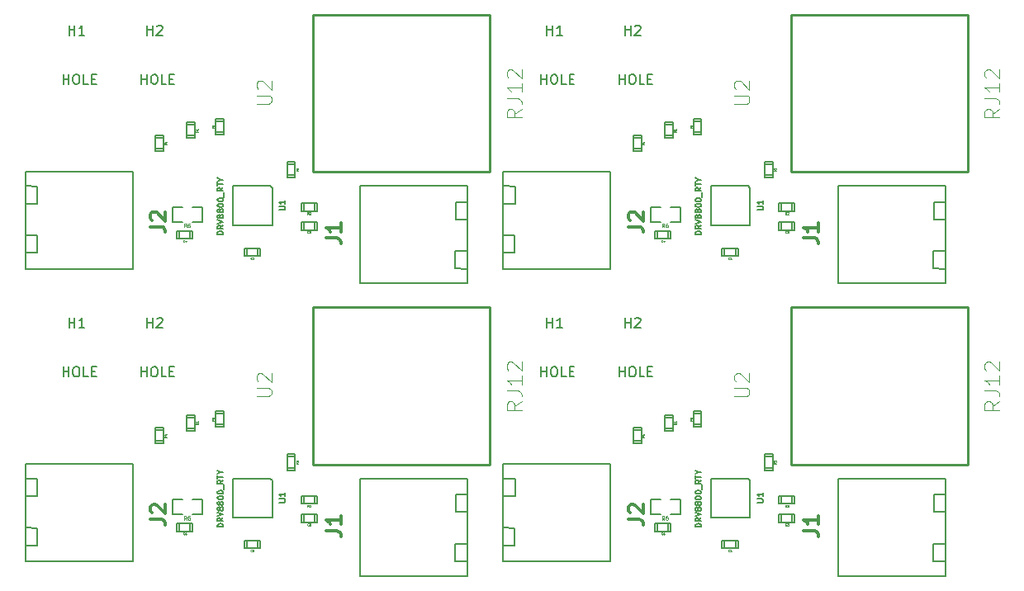
<source format=gto>
G04 (created by PCBNEW (2013-08-24 BZR 4298)-stable) date Sat 07 Jun 2014 09:10:14 PM PDT*
%MOIN*%
G04 Gerber Fmt 3.4, Leading zero omitted, Abs format*
%FSLAX34Y34*%
G01*
G70*
G90*
G04 APERTURE LIST*
%ADD10C,0.005906*%
%ADD11C,0.007900*%
%ADD12C,0.005000*%
%ADD13C,0.010000*%
%ADD14C,0.005900*%
%ADD15C,0.012000*%
%ADD16C,0.003700*%
%ADD17C,0.003900*%
%ADD18C,0.001600*%
G04 APERTURE END LIST*
G54D10*
X45620Y-53681D02*
X45167Y-53681D01*
X45620Y-52982D02*
X45620Y-53681D01*
X45157Y-52972D02*
X45620Y-52982D01*
X45177Y-50984D02*
X45639Y-50994D01*
X45639Y-50994D02*
X45639Y-51692D01*
X45639Y-51692D02*
X45187Y-51692D01*
G54D11*
X49488Y-50393D02*
X49488Y-54330D01*
X49488Y-54330D02*
X45157Y-54330D01*
X45157Y-54330D02*
X45157Y-50393D01*
X45157Y-50393D02*
X49488Y-50393D01*
G54D10*
X62529Y-51633D02*
X62982Y-51633D01*
X62529Y-52332D02*
X62529Y-51633D01*
X62992Y-52342D02*
X62529Y-52332D01*
X62972Y-54330D02*
X62509Y-54320D01*
X62509Y-54320D02*
X62509Y-53622D01*
X62509Y-53622D02*
X62962Y-53622D01*
G54D11*
X58661Y-54921D02*
X58661Y-50984D01*
X58661Y-50984D02*
X62992Y-50984D01*
X62992Y-50984D02*
X62992Y-54921D01*
X62992Y-54921D02*
X58661Y-54921D01*
G54D12*
X51892Y-51835D02*
X52292Y-51835D01*
X52292Y-51835D02*
X52292Y-52435D01*
X52292Y-52435D02*
X51892Y-52435D01*
X51492Y-52435D02*
X51092Y-52435D01*
X51092Y-52435D02*
X51092Y-51835D01*
X51092Y-51835D02*
X51492Y-51835D01*
G54D13*
X56771Y-50413D02*
X56771Y-44074D01*
X56771Y-44074D02*
X63897Y-44074D01*
X63897Y-44074D02*
X63897Y-50413D01*
X63897Y-50413D02*
X56771Y-50413D01*
G54D14*
X55118Y-51062D02*
X55118Y-52559D01*
X55039Y-50984D02*
X53543Y-50984D01*
X55118Y-51062D02*
X55039Y-50984D01*
X53543Y-52559D02*
X53543Y-50984D01*
X55118Y-52559D02*
X53543Y-52559D01*
G54D12*
X51374Y-52802D02*
X51374Y-53122D01*
X51814Y-53112D02*
X51814Y-52802D01*
X51914Y-53122D02*
X51274Y-53122D01*
X51274Y-53122D02*
X51274Y-52802D01*
X51274Y-52802D02*
X51914Y-52802D01*
X51914Y-52802D02*
X51914Y-53122D01*
X56384Y-52438D02*
X56384Y-52758D01*
X56824Y-52748D02*
X56824Y-52438D01*
X56924Y-52758D02*
X56284Y-52758D01*
X56284Y-52758D02*
X56284Y-52438D01*
X56284Y-52438D02*
X56924Y-52438D01*
X56924Y-52438D02*
X56924Y-52758D01*
X56384Y-51680D02*
X56384Y-52000D01*
X56824Y-51990D02*
X56824Y-51680D01*
X56924Y-52000D02*
X56284Y-52000D01*
X56284Y-52000D02*
X56284Y-51680D01*
X56284Y-51680D02*
X56924Y-51680D01*
X56924Y-51680D02*
X56924Y-52000D01*
X51682Y-48956D02*
X52002Y-48956D01*
X51992Y-48516D02*
X51682Y-48516D01*
X52002Y-48416D02*
X52002Y-49056D01*
X52002Y-49056D02*
X51682Y-49056D01*
X51682Y-49056D02*
X51682Y-48416D01*
X51682Y-48416D02*
X52002Y-48416D01*
X54091Y-53491D02*
X54091Y-53811D01*
X54531Y-53801D02*
X54531Y-53491D01*
X54631Y-53811D02*
X53991Y-53811D01*
X53991Y-53811D02*
X53991Y-53491D01*
X53991Y-53491D02*
X54631Y-53491D01*
X54631Y-53491D02*
X54631Y-53811D01*
X50410Y-49479D02*
X50730Y-49479D01*
X50720Y-49039D02*
X50410Y-49039D01*
X50730Y-48939D02*
X50730Y-49579D01*
X50730Y-49579D02*
X50410Y-49579D01*
X50410Y-49579D02*
X50410Y-48939D01*
X50410Y-48939D02*
X50730Y-48939D01*
X53156Y-48370D02*
X52836Y-48370D01*
X52846Y-48810D02*
X53156Y-48810D01*
X52836Y-48910D02*
X52836Y-48270D01*
X52836Y-48270D02*
X53156Y-48270D01*
X53156Y-48270D02*
X53156Y-48910D01*
X53156Y-48910D02*
X52836Y-48910D01*
X55721Y-50550D02*
X56041Y-50550D01*
X56031Y-50110D02*
X55721Y-50110D01*
X56041Y-50010D02*
X56041Y-50650D01*
X56041Y-50650D02*
X55721Y-50650D01*
X55721Y-50650D02*
X55721Y-50010D01*
X55721Y-50010D02*
X56041Y-50010D01*
X75013Y-50550D02*
X75333Y-50550D01*
X75323Y-50110D02*
X75013Y-50110D01*
X75333Y-50010D02*
X75333Y-50650D01*
X75333Y-50650D02*
X75013Y-50650D01*
X75013Y-50650D02*
X75013Y-50010D01*
X75013Y-50010D02*
X75333Y-50010D01*
X72447Y-48370D02*
X72127Y-48370D01*
X72137Y-48810D02*
X72447Y-48810D01*
X72127Y-48910D02*
X72127Y-48270D01*
X72127Y-48270D02*
X72447Y-48270D01*
X72447Y-48270D02*
X72447Y-48910D01*
X72447Y-48910D02*
X72127Y-48910D01*
X69702Y-49479D02*
X70022Y-49479D01*
X70012Y-49039D02*
X69702Y-49039D01*
X70022Y-48939D02*
X70022Y-49579D01*
X70022Y-49579D02*
X69702Y-49579D01*
X69702Y-49579D02*
X69702Y-48939D01*
X69702Y-48939D02*
X70022Y-48939D01*
X73382Y-53491D02*
X73382Y-53811D01*
X73822Y-53801D02*
X73822Y-53491D01*
X73922Y-53811D02*
X73282Y-53811D01*
X73282Y-53811D02*
X73282Y-53491D01*
X73282Y-53491D02*
X73922Y-53491D01*
X73922Y-53491D02*
X73922Y-53811D01*
X70973Y-48956D02*
X71293Y-48956D01*
X71283Y-48516D02*
X70973Y-48516D01*
X71293Y-48416D02*
X71293Y-49056D01*
X71293Y-49056D02*
X70973Y-49056D01*
X70973Y-49056D02*
X70973Y-48416D01*
X70973Y-48416D02*
X71293Y-48416D01*
X75675Y-51680D02*
X75675Y-52000D01*
X76115Y-51990D02*
X76115Y-51680D01*
X76215Y-52000D02*
X75575Y-52000D01*
X75575Y-52000D02*
X75575Y-51680D01*
X75575Y-51680D02*
X76215Y-51680D01*
X76215Y-51680D02*
X76215Y-52000D01*
X75675Y-52438D02*
X75675Y-52758D01*
X76115Y-52748D02*
X76115Y-52438D01*
X76215Y-52758D02*
X75575Y-52758D01*
X75575Y-52758D02*
X75575Y-52438D01*
X75575Y-52438D02*
X76215Y-52438D01*
X76215Y-52438D02*
X76215Y-52758D01*
X70665Y-52802D02*
X70665Y-53122D01*
X71105Y-53112D02*
X71105Y-52802D01*
X71205Y-53122D02*
X70565Y-53122D01*
X70565Y-53122D02*
X70565Y-52802D01*
X70565Y-52802D02*
X71205Y-52802D01*
X71205Y-52802D02*
X71205Y-53122D01*
G54D14*
X74409Y-51062D02*
X74409Y-52559D01*
X74330Y-50984D02*
X72834Y-50984D01*
X74409Y-51062D02*
X74330Y-50984D01*
X72834Y-52559D02*
X72834Y-50984D01*
X74409Y-52559D02*
X72834Y-52559D01*
G54D13*
X76062Y-50413D02*
X76062Y-44074D01*
X76062Y-44074D02*
X83188Y-44074D01*
X83188Y-44074D02*
X83188Y-50413D01*
X83188Y-50413D02*
X76062Y-50413D01*
G54D12*
X71184Y-51835D02*
X71584Y-51835D01*
X71584Y-51835D02*
X71584Y-52435D01*
X71584Y-52435D02*
X71184Y-52435D01*
X70784Y-52435D02*
X70384Y-52435D01*
X70384Y-52435D02*
X70384Y-51835D01*
X70384Y-51835D02*
X70784Y-51835D01*
G54D10*
X81820Y-51633D02*
X82273Y-51633D01*
X81820Y-52332D02*
X81820Y-51633D01*
X82283Y-52342D02*
X81820Y-52332D01*
X82263Y-54330D02*
X81801Y-54320D01*
X81801Y-54320D02*
X81801Y-53622D01*
X81801Y-53622D02*
X82253Y-53622D01*
G54D11*
X77952Y-54921D02*
X77952Y-50984D01*
X77952Y-50984D02*
X82283Y-50984D01*
X82283Y-50984D02*
X82283Y-54921D01*
X82283Y-54921D02*
X77952Y-54921D01*
G54D10*
X64911Y-53681D02*
X64458Y-53681D01*
X64911Y-52982D02*
X64911Y-53681D01*
X64448Y-52972D02*
X64911Y-52982D01*
X64468Y-50984D02*
X64931Y-50994D01*
X64931Y-50994D02*
X64931Y-51692D01*
X64931Y-51692D02*
X64478Y-51692D01*
G54D11*
X68779Y-50393D02*
X68779Y-54330D01*
X68779Y-54330D02*
X64448Y-54330D01*
X64448Y-54330D02*
X64448Y-50393D01*
X64448Y-50393D02*
X68779Y-50393D01*
G54D10*
X64911Y-41870D02*
X64458Y-41870D01*
X64911Y-41171D02*
X64911Y-41870D01*
X64448Y-41161D02*
X64911Y-41171D01*
X64468Y-39173D02*
X64931Y-39183D01*
X64931Y-39183D02*
X64931Y-39881D01*
X64931Y-39881D02*
X64478Y-39881D01*
G54D11*
X68779Y-38582D02*
X68779Y-42519D01*
X68779Y-42519D02*
X64448Y-42519D01*
X64448Y-42519D02*
X64448Y-38582D01*
X64448Y-38582D02*
X68779Y-38582D01*
G54D10*
X81820Y-39822D02*
X82273Y-39822D01*
X81820Y-40521D02*
X81820Y-39822D01*
X82283Y-40531D02*
X81820Y-40521D01*
X82263Y-42519D02*
X81801Y-42509D01*
X81801Y-42509D02*
X81801Y-41811D01*
X81801Y-41811D02*
X82253Y-41811D01*
G54D11*
X77952Y-43110D02*
X77952Y-39173D01*
X77952Y-39173D02*
X82283Y-39173D01*
X82283Y-39173D02*
X82283Y-43110D01*
X82283Y-43110D02*
X77952Y-43110D01*
G54D12*
X71184Y-40024D02*
X71584Y-40024D01*
X71584Y-40024D02*
X71584Y-40624D01*
X71584Y-40624D02*
X71184Y-40624D01*
X70784Y-40624D02*
X70384Y-40624D01*
X70384Y-40624D02*
X70384Y-40024D01*
X70384Y-40024D02*
X70784Y-40024D01*
G54D13*
X76062Y-38602D02*
X76062Y-32263D01*
X76062Y-32263D02*
X83188Y-32263D01*
X83188Y-32263D02*
X83188Y-38602D01*
X83188Y-38602D02*
X76062Y-38602D01*
G54D14*
X74409Y-39251D02*
X74409Y-40748D01*
X74330Y-39173D02*
X72834Y-39173D01*
X74409Y-39251D02*
X74330Y-39173D01*
X72834Y-40748D02*
X72834Y-39173D01*
X74409Y-40748D02*
X72834Y-40748D01*
G54D12*
X70665Y-40991D02*
X70665Y-41311D01*
X71105Y-41301D02*
X71105Y-40991D01*
X71205Y-41311D02*
X70565Y-41311D01*
X70565Y-41311D02*
X70565Y-40991D01*
X70565Y-40991D02*
X71205Y-40991D01*
X71205Y-40991D02*
X71205Y-41311D01*
X75675Y-40627D02*
X75675Y-40947D01*
X76115Y-40937D02*
X76115Y-40627D01*
X76215Y-40947D02*
X75575Y-40947D01*
X75575Y-40947D02*
X75575Y-40627D01*
X75575Y-40627D02*
X76215Y-40627D01*
X76215Y-40627D02*
X76215Y-40947D01*
X75675Y-39869D02*
X75675Y-40189D01*
X76115Y-40179D02*
X76115Y-39869D01*
X76215Y-40189D02*
X75575Y-40189D01*
X75575Y-40189D02*
X75575Y-39869D01*
X75575Y-39869D02*
X76215Y-39869D01*
X76215Y-39869D02*
X76215Y-40189D01*
X70973Y-37145D02*
X71293Y-37145D01*
X71283Y-36705D02*
X70973Y-36705D01*
X71293Y-36605D02*
X71293Y-37245D01*
X71293Y-37245D02*
X70973Y-37245D01*
X70973Y-37245D02*
X70973Y-36605D01*
X70973Y-36605D02*
X71293Y-36605D01*
X73382Y-41680D02*
X73382Y-42000D01*
X73822Y-41990D02*
X73822Y-41680D01*
X73922Y-42000D02*
X73282Y-42000D01*
X73282Y-42000D02*
X73282Y-41680D01*
X73282Y-41680D02*
X73922Y-41680D01*
X73922Y-41680D02*
X73922Y-42000D01*
X69702Y-37668D02*
X70022Y-37668D01*
X70012Y-37228D02*
X69702Y-37228D01*
X70022Y-37128D02*
X70022Y-37768D01*
X70022Y-37768D02*
X69702Y-37768D01*
X69702Y-37768D02*
X69702Y-37128D01*
X69702Y-37128D02*
X70022Y-37128D01*
X72447Y-36559D02*
X72127Y-36559D01*
X72137Y-36999D02*
X72447Y-36999D01*
X72127Y-37099D02*
X72127Y-36459D01*
X72127Y-36459D02*
X72447Y-36459D01*
X72447Y-36459D02*
X72447Y-37099D01*
X72447Y-37099D02*
X72127Y-37099D01*
X75013Y-38739D02*
X75333Y-38739D01*
X75323Y-38299D02*
X75013Y-38299D01*
X75333Y-38199D02*
X75333Y-38839D01*
X75333Y-38839D02*
X75013Y-38839D01*
X75013Y-38839D02*
X75013Y-38199D01*
X75013Y-38199D02*
X75333Y-38199D01*
X55721Y-38739D02*
X56041Y-38739D01*
X56031Y-38299D02*
X55721Y-38299D01*
X56041Y-38199D02*
X56041Y-38839D01*
X56041Y-38839D02*
X55721Y-38839D01*
X55721Y-38839D02*
X55721Y-38199D01*
X55721Y-38199D02*
X56041Y-38199D01*
X53156Y-36559D02*
X52836Y-36559D01*
X52846Y-36999D02*
X53156Y-36999D01*
X52836Y-37099D02*
X52836Y-36459D01*
X52836Y-36459D02*
X53156Y-36459D01*
X53156Y-36459D02*
X53156Y-37099D01*
X53156Y-37099D02*
X52836Y-37099D01*
X50410Y-37668D02*
X50730Y-37668D01*
X50720Y-37228D02*
X50410Y-37228D01*
X50730Y-37128D02*
X50730Y-37768D01*
X50730Y-37768D02*
X50410Y-37768D01*
X50410Y-37768D02*
X50410Y-37128D01*
X50410Y-37128D02*
X50730Y-37128D01*
X54091Y-41680D02*
X54091Y-42000D01*
X54531Y-41990D02*
X54531Y-41680D01*
X54631Y-42000D02*
X53991Y-42000D01*
X53991Y-42000D02*
X53991Y-41680D01*
X53991Y-41680D02*
X54631Y-41680D01*
X54631Y-41680D02*
X54631Y-42000D01*
X51682Y-37145D02*
X52002Y-37145D01*
X51992Y-36705D02*
X51682Y-36705D01*
X52002Y-36605D02*
X52002Y-37245D01*
X52002Y-37245D02*
X51682Y-37245D01*
X51682Y-37245D02*
X51682Y-36605D01*
X51682Y-36605D02*
X52002Y-36605D01*
X56384Y-39869D02*
X56384Y-40189D01*
X56824Y-40179D02*
X56824Y-39869D01*
X56924Y-40189D02*
X56284Y-40189D01*
X56284Y-40189D02*
X56284Y-39869D01*
X56284Y-39869D02*
X56924Y-39869D01*
X56924Y-39869D02*
X56924Y-40189D01*
X56384Y-40627D02*
X56384Y-40947D01*
X56824Y-40937D02*
X56824Y-40627D01*
X56924Y-40947D02*
X56284Y-40947D01*
X56284Y-40947D02*
X56284Y-40627D01*
X56284Y-40627D02*
X56924Y-40627D01*
X56924Y-40627D02*
X56924Y-40947D01*
X51374Y-40991D02*
X51374Y-41311D01*
X51814Y-41301D02*
X51814Y-40991D01*
X51914Y-41311D02*
X51274Y-41311D01*
X51274Y-41311D02*
X51274Y-40991D01*
X51274Y-40991D02*
X51914Y-40991D01*
X51914Y-40991D02*
X51914Y-41311D01*
G54D14*
X55118Y-39251D02*
X55118Y-40748D01*
X55039Y-39173D02*
X53543Y-39173D01*
X55118Y-39251D02*
X55039Y-39173D01*
X53543Y-40748D02*
X53543Y-39173D01*
X55118Y-40748D02*
X53543Y-40748D01*
G54D13*
X56771Y-38602D02*
X56771Y-32263D01*
X56771Y-32263D02*
X63897Y-32263D01*
X63897Y-32263D02*
X63897Y-38602D01*
X63897Y-38602D02*
X56771Y-38602D01*
G54D12*
X51892Y-40024D02*
X52292Y-40024D01*
X52292Y-40024D02*
X52292Y-40624D01*
X52292Y-40624D02*
X51892Y-40624D01*
X51492Y-40624D02*
X51092Y-40624D01*
X51092Y-40624D02*
X51092Y-40024D01*
X51092Y-40024D02*
X51492Y-40024D01*
G54D10*
X62529Y-39822D02*
X62982Y-39822D01*
X62529Y-40521D02*
X62529Y-39822D01*
X62992Y-40531D02*
X62529Y-40521D01*
X62972Y-42519D02*
X62509Y-42509D01*
X62509Y-42509D02*
X62509Y-41811D01*
X62509Y-41811D02*
X62962Y-41811D01*
G54D11*
X58661Y-43110D02*
X58661Y-39173D01*
X58661Y-39173D02*
X62992Y-39173D01*
X62992Y-39173D02*
X62992Y-43110D01*
X62992Y-43110D02*
X58661Y-43110D01*
G54D10*
X45620Y-41870D02*
X45167Y-41870D01*
X45620Y-41171D02*
X45620Y-41870D01*
X45157Y-41161D02*
X45620Y-41171D01*
X45177Y-39173D02*
X45639Y-39183D01*
X45639Y-39183D02*
X45639Y-39881D01*
X45639Y-39881D02*
X45187Y-39881D01*
G54D11*
X49488Y-38582D02*
X49488Y-42519D01*
X49488Y-42519D02*
X45157Y-42519D01*
X45157Y-42519D02*
X45157Y-38582D01*
X45157Y-38582D02*
X49488Y-38582D01*
G54D15*
X50206Y-52624D02*
X50634Y-52624D01*
X50720Y-52652D01*
X50777Y-52709D01*
X50806Y-52795D01*
X50806Y-52852D01*
X50263Y-52367D02*
X50234Y-52338D01*
X50206Y-52281D01*
X50206Y-52138D01*
X50234Y-52081D01*
X50263Y-52052D01*
X50320Y-52024D01*
X50377Y-52024D01*
X50463Y-52052D01*
X50806Y-52395D01*
X50806Y-52024D01*
X57286Y-53090D02*
X57714Y-53090D01*
X57800Y-53119D01*
X57857Y-53176D01*
X57886Y-53262D01*
X57886Y-53319D01*
X57886Y-52490D02*
X57886Y-52833D01*
X57886Y-52662D02*
X57286Y-52662D01*
X57371Y-52719D01*
X57429Y-52776D01*
X57457Y-52833D01*
G54D16*
X51657Y-52655D02*
X51607Y-52584D01*
X51572Y-52655D02*
X51572Y-52505D01*
X51629Y-52505D01*
X51643Y-52512D01*
X51650Y-52519D01*
X51657Y-52534D01*
X51657Y-52555D01*
X51650Y-52569D01*
X51643Y-52577D01*
X51629Y-52584D01*
X51572Y-52584D01*
X51786Y-52505D02*
X51757Y-52505D01*
X51743Y-52512D01*
X51736Y-52519D01*
X51722Y-52541D01*
X51715Y-52569D01*
X51715Y-52627D01*
X51722Y-52641D01*
X51729Y-52648D01*
X51743Y-52655D01*
X51772Y-52655D01*
X51786Y-52648D01*
X51793Y-52641D01*
X51800Y-52627D01*
X51800Y-52591D01*
X51793Y-52577D01*
X51786Y-52569D01*
X51772Y-52562D01*
X51743Y-52562D01*
X51729Y-52569D01*
X51722Y-52577D01*
X51715Y-52591D01*
G54D17*
X54490Y-47669D02*
X54976Y-47669D01*
X55033Y-47641D01*
X55061Y-47612D01*
X55090Y-47555D01*
X55090Y-47441D01*
X55061Y-47384D01*
X55033Y-47355D01*
X54976Y-47326D01*
X54490Y-47326D01*
X54547Y-47069D02*
X54518Y-47041D01*
X54490Y-46984D01*
X54490Y-46841D01*
X54518Y-46784D01*
X54547Y-46755D01*
X54604Y-46726D01*
X54661Y-46726D01*
X54747Y-46755D01*
X55090Y-47098D01*
X55090Y-46726D01*
X65188Y-47874D02*
X64903Y-48074D01*
X65188Y-48216D02*
X64588Y-48216D01*
X64588Y-47988D01*
X64617Y-47931D01*
X64645Y-47902D01*
X64703Y-47874D01*
X64788Y-47874D01*
X64845Y-47902D01*
X64874Y-47931D01*
X64903Y-47988D01*
X64903Y-48216D01*
X64588Y-47445D02*
X65017Y-47445D01*
X65103Y-47474D01*
X65160Y-47531D01*
X65188Y-47616D01*
X65188Y-47674D01*
X65188Y-46845D02*
X65188Y-47188D01*
X65188Y-47016D02*
X64588Y-47016D01*
X64674Y-47074D01*
X64731Y-47131D01*
X64760Y-47188D01*
X64645Y-46616D02*
X64617Y-46588D01*
X64588Y-46531D01*
X64588Y-46388D01*
X64617Y-46331D01*
X64645Y-46302D01*
X64703Y-46274D01*
X64760Y-46274D01*
X64845Y-46302D01*
X65188Y-46645D01*
X65188Y-46274D01*
G54D10*
X50074Y-44892D02*
X50074Y-44498D01*
X50074Y-44686D02*
X50299Y-44686D01*
X50299Y-44892D02*
X50299Y-44498D01*
X50467Y-44536D02*
X50486Y-44517D01*
X50523Y-44498D01*
X50617Y-44498D01*
X50655Y-44517D01*
X50673Y-44536D01*
X50692Y-44573D01*
X50692Y-44611D01*
X50673Y-44667D01*
X50449Y-44892D01*
X50692Y-44892D01*
X49835Y-46871D02*
X49835Y-46477D01*
X49835Y-46664D02*
X50060Y-46664D01*
X50060Y-46871D02*
X50060Y-46477D01*
X50323Y-46477D02*
X50398Y-46477D01*
X50435Y-46496D01*
X50473Y-46533D01*
X50492Y-46608D01*
X50492Y-46739D01*
X50473Y-46814D01*
X50435Y-46852D01*
X50398Y-46871D01*
X50323Y-46871D01*
X50285Y-46852D01*
X50248Y-46814D01*
X50229Y-46739D01*
X50229Y-46608D01*
X50248Y-46533D01*
X50285Y-46496D01*
X50323Y-46477D01*
X50848Y-46871D02*
X50660Y-46871D01*
X50660Y-46477D01*
X50979Y-46664D02*
X51110Y-46664D01*
X51167Y-46871D02*
X50979Y-46871D01*
X50979Y-46477D01*
X51167Y-46477D01*
X46924Y-44892D02*
X46924Y-44498D01*
X46924Y-44686D02*
X47149Y-44686D01*
X47149Y-44892D02*
X47149Y-44498D01*
X47543Y-44892D02*
X47318Y-44892D01*
X47430Y-44892D02*
X47430Y-44498D01*
X47393Y-44555D01*
X47355Y-44592D01*
X47318Y-44611D01*
X46686Y-46871D02*
X46686Y-46477D01*
X46686Y-46664D02*
X46911Y-46664D01*
X46911Y-46871D02*
X46911Y-46477D01*
X47173Y-46477D02*
X47248Y-46477D01*
X47286Y-46496D01*
X47323Y-46533D01*
X47342Y-46608D01*
X47342Y-46739D01*
X47323Y-46814D01*
X47286Y-46852D01*
X47248Y-46871D01*
X47173Y-46871D01*
X47136Y-46852D01*
X47098Y-46814D01*
X47080Y-46739D01*
X47080Y-46608D01*
X47098Y-46533D01*
X47136Y-46496D01*
X47173Y-46477D01*
X47698Y-46871D02*
X47511Y-46871D01*
X47511Y-46477D01*
X47829Y-46664D02*
X47961Y-46664D01*
X48017Y-46871D02*
X47829Y-46871D01*
X47829Y-46477D01*
X48017Y-46477D01*
X55410Y-51947D02*
X55601Y-51947D01*
X55623Y-51936D01*
X55634Y-51925D01*
X55646Y-51902D01*
X55646Y-51857D01*
X55634Y-51835D01*
X55623Y-51823D01*
X55601Y-51812D01*
X55410Y-51812D01*
X55646Y-51576D02*
X55646Y-51711D01*
X55646Y-51643D02*
X55410Y-51643D01*
X55443Y-51666D01*
X55466Y-51688D01*
X55477Y-51711D01*
X53146Y-52945D02*
X52910Y-52945D01*
X52910Y-52889D01*
X52921Y-52855D01*
X52943Y-52832D01*
X52966Y-52821D01*
X53011Y-52810D01*
X53044Y-52810D01*
X53089Y-52821D01*
X53112Y-52832D01*
X53134Y-52855D01*
X53146Y-52889D01*
X53146Y-52945D01*
X53146Y-52574D02*
X53033Y-52652D01*
X53146Y-52709D02*
X52910Y-52709D01*
X52910Y-52619D01*
X52921Y-52596D01*
X52932Y-52585D01*
X52955Y-52574D01*
X52988Y-52574D01*
X53011Y-52585D01*
X53022Y-52596D01*
X53033Y-52619D01*
X53033Y-52709D01*
X52910Y-52506D02*
X53146Y-52428D01*
X52910Y-52349D01*
X53011Y-52236D02*
X53000Y-52259D01*
X52988Y-52270D01*
X52966Y-52281D01*
X52955Y-52281D01*
X52932Y-52270D01*
X52921Y-52259D01*
X52910Y-52236D01*
X52910Y-52191D01*
X52921Y-52169D01*
X52932Y-52158D01*
X52955Y-52146D01*
X52966Y-52146D01*
X52988Y-52158D01*
X53000Y-52169D01*
X53011Y-52191D01*
X53011Y-52236D01*
X53022Y-52259D01*
X53033Y-52270D01*
X53056Y-52281D01*
X53101Y-52281D01*
X53123Y-52270D01*
X53134Y-52259D01*
X53146Y-52236D01*
X53146Y-52191D01*
X53134Y-52169D01*
X53123Y-52158D01*
X53101Y-52146D01*
X53056Y-52146D01*
X53033Y-52158D01*
X53022Y-52169D01*
X53011Y-52191D01*
X53011Y-52011D02*
X53000Y-52034D01*
X52988Y-52045D01*
X52966Y-52056D01*
X52955Y-52056D01*
X52932Y-52045D01*
X52921Y-52034D01*
X52910Y-52011D01*
X52910Y-51966D01*
X52921Y-51944D01*
X52932Y-51933D01*
X52955Y-51921D01*
X52966Y-51921D01*
X52988Y-51933D01*
X53000Y-51944D01*
X53011Y-51966D01*
X53011Y-52011D01*
X53022Y-52034D01*
X53033Y-52045D01*
X53056Y-52056D01*
X53101Y-52056D01*
X53123Y-52045D01*
X53134Y-52034D01*
X53146Y-52011D01*
X53146Y-51966D01*
X53134Y-51944D01*
X53123Y-51933D01*
X53101Y-51921D01*
X53056Y-51921D01*
X53033Y-51933D01*
X53022Y-51944D01*
X53011Y-51966D01*
X52910Y-51775D02*
X52910Y-51753D01*
X52921Y-51730D01*
X52932Y-51719D01*
X52955Y-51708D01*
X53000Y-51696D01*
X53056Y-51696D01*
X53101Y-51708D01*
X53123Y-51719D01*
X53134Y-51730D01*
X53146Y-51753D01*
X53146Y-51775D01*
X53134Y-51798D01*
X53123Y-51809D01*
X53101Y-51820D01*
X53056Y-51831D01*
X53000Y-51831D01*
X52955Y-51820D01*
X52932Y-51809D01*
X52921Y-51798D01*
X52910Y-51775D01*
X52910Y-51550D02*
X52910Y-51528D01*
X52921Y-51505D01*
X52932Y-51494D01*
X52955Y-51483D01*
X53000Y-51471D01*
X53056Y-51471D01*
X53101Y-51483D01*
X53123Y-51494D01*
X53134Y-51505D01*
X53146Y-51528D01*
X53146Y-51550D01*
X53134Y-51573D01*
X53123Y-51584D01*
X53101Y-51595D01*
X53056Y-51606D01*
X53000Y-51606D01*
X52955Y-51595D01*
X52932Y-51584D01*
X52921Y-51573D01*
X52910Y-51550D01*
X53168Y-51426D02*
X53168Y-51246D01*
X53146Y-51055D02*
X53033Y-51134D01*
X53146Y-51190D02*
X52910Y-51190D01*
X52910Y-51100D01*
X52921Y-51078D01*
X52932Y-51066D01*
X52955Y-51055D01*
X52988Y-51055D01*
X53011Y-51066D01*
X53022Y-51078D01*
X53033Y-51100D01*
X53033Y-51190D01*
X52910Y-50988D02*
X52910Y-50853D01*
X53146Y-50920D02*
X52910Y-50920D01*
X53033Y-50729D02*
X53146Y-50729D01*
X52910Y-50808D02*
X53033Y-50729D01*
X52910Y-50650D01*
G54D18*
X51581Y-53240D02*
X51577Y-53244D01*
X51566Y-53248D01*
X51558Y-53248D01*
X51547Y-53244D01*
X51539Y-53237D01*
X51536Y-53229D01*
X51532Y-53214D01*
X51532Y-53203D01*
X51536Y-53188D01*
X51539Y-53180D01*
X51547Y-53173D01*
X51558Y-53169D01*
X51566Y-53169D01*
X51577Y-53173D01*
X51581Y-53176D01*
X51649Y-53195D02*
X51649Y-53248D01*
X51630Y-53165D02*
X51611Y-53222D01*
X51660Y-53222D01*
X56591Y-52876D02*
X56587Y-52880D01*
X56576Y-52884D01*
X56568Y-52884D01*
X56557Y-52880D01*
X56549Y-52872D01*
X56546Y-52865D01*
X56542Y-52850D01*
X56542Y-52839D01*
X56546Y-52823D01*
X56549Y-52816D01*
X56557Y-52808D01*
X56568Y-52805D01*
X56576Y-52805D01*
X56587Y-52808D01*
X56591Y-52812D01*
X56617Y-52805D02*
X56666Y-52805D01*
X56640Y-52835D01*
X56651Y-52835D01*
X56658Y-52839D01*
X56662Y-52842D01*
X56666Y-52850D01*
X56666Y-52869D01*
X56662Y-52876D01*
X56658Y-52880D01*
X56651Y-52884D01*
X56628Y-52884D01*
X56621Y-52880D01*
X56617Y-52876D01*
X56591Y-52126D02*
X56564Y-52088D01*
X56546Y-52126D02*
X56546Y-52047D01*
X56576Y-52047D01*
X56583Y-52051D01*
X56587Y-52054D01*
X56591Y-52062D01*
X56591Y-52073D01*
X56587Y-52081D01*
X56583Y-52084D01*
X56576Y-52088D01*
X56546Y-52088D01*
X56621Y-52054D02*
X56625Y-52051D01*
X56632Y-52047D01*
X56651Y-52047D01*
X56658Y-52051D01*
X56662Y-52054D01*
X56666Y-52062D01*
X56666Y-52069D01*
X56662Y-52081D01*
X56617Y-52126D01*
X56666Y-52126D01*
X52128Y-48749D02*
X52090Y-48775D01*
X52128Y-48794D02*
X52049Y-48794D01*
X52049Y-48764D01*
X52053Y-48756D01*
X52056Y-48753D01*
X52064Y-48749D01*
X52075Y-48749D01*
X52083Y-48753D01*
X52086Y-48756D01*
X52090Y-48764D01*
X52090Y-48794D01*
X52128Y-48674D02*
X52128Y-48719D01*
X52128Y-48696D02*
X52049Y-48696D01*
X52060Y-48704D01*
X52068Y-48711D01*
X52071Y-48719D01*
X54297Y-53929D02*
X54294Y-53933D01*
X54282Y-53937D01*
X54275Y-53937D01*
X54264Y-53933D01*
X54256Y-53926D01*
X54252Y-53918D01*
X54248Y-53903D01*
X54248Y-53892D01*
X54252Y-53877D01*
X54256Y-53869D01*
X54264Y-53862D01*
X54275Y-53858D01*
X54282Y-53858D01*
X54294Y-53862D01*
X54297Y-53865D01*
X54373Y-53937D02*
X54327Y-53937D01*
X54350Y-53937D02*
X54350Y-53858D01*
X54343Y-53869D01*
X54335Y-53877D01*
X54327Y-53880D01*
X50856Y-49273D02*
X50818Y-49299D01*
X50856Y-49318D02*
X50777Y-49318D01*
X50777Y-49288D01*
X50781Y-49280D01*
X50785Y-49276D01*
X50792Y-49273D01*
X50803Y-49273D01*
X50811Y-49276D01*
X50815Y-49280D01*
X50818Y-49288D01*
X50818Y-49318D01*
X50803Y-49205D02*
X50856Y-49205D01*
X50773Y-49224D02*
X50830Y-49242D01*
X50830Y-49194D01*
X52781Y-48603D02*
X52744Y-48630D01*
X52781Y-48648D02*
X52702Y-48648D01*
X52702Y-48618D01*
X52706Y-48611D01*
X52710Y-48607D01*
X52717Y-48603D01*
X52729Y-48603D01*
X52736Y-48607D01*
X52740Y-48611D01*
X52744Y-48618D01*
X52744Y-48648D01*
X52702Y-48532D02*
X52702Y-48569D01*
X52740Y-48573D01*
X52736Y-48569D01*
X52732Y-48562D01*
X52732Y-48543D01*
X52736Y-48536D01*
X52740Y-48532D01*
X52747Y-48528D01*
X52766Y-48528D01*
X52774Y-48532D01*
X52778Y-48536D01*
X52781Y-48543D01*
X52781Y-48562D01*
X52778Y-48569D01*
X52774Y-48573D01*
X56167Y-50343D02*
X56130Y-50370D01*
X56167Y-50389D02*
X56088Y-50389D01*
X56088Y-50358D01*
X56092Y-50351D01*
X56096Y-50347D01*
X56103Y-50343D01*
X56114Y-50343D01*
X56122Y-50347D01*
X56126Y-50351D01*
X56130Y-50358D01*
X56130Y-50389D01*
X56088Y-50317D02*
X56088Y-50268D01*
X56118Y-50294D01*
X56118Y-50283D01*
X56122Y-50276D01*
X56126Y-50272D01*
X56133Y-50268D01*
X56152Y-50268D01*
X56160Y-50272D01*
X56163Y-50276D01*
X56167Y-50283D01*
X56167Y-50306D01*
X56163Y-50313D01*
X56160Y-50317D01*
X75458Y-50343D02*
X75421Y-50370D01*
X75458Y-50389D02*
X75379Y-50389D01*
X75379Y-50358D01*
X75383Y-50351D01*
X75387Y-50347D01*
X75395Y-50343D01*
X75406Y-50343D01*
X75413Y-50347D01*
X75417Y-50351D01*
X75421Y-50358D01*
X75421Y-50389D01*
X75379Y-50317D02*
X75379Y-50268D01*
X75410Y-50294D01*
X75410Y-50283D01*
X75413Y-50276D01*
X75417Y-50272D01*
X75425Y-50268D01*
X75443Y-50268D01*
X75451Y-50272D01*
X75455Y-50276D01*
X75458Y-50283D01*
X75458Y-50306D01*
X75455Y-50313D01*
X75451Y-50317D01*
X72073Y-48603D02*
X72035Y-48630D01*
X72073Y-48648D02*
X71994Y-48648D01*
X71994Y-48618D01*
X71997Y-48611D01*
X72001Y-48607D01*
X72009Y-48603D01*
X72020Y-48603D01*
X72027Y-48607D01*
X72031Y-48611D01*
X72035Y-48618D01*
X72035Y-48648D01*
X71994Y-48532D02*
X71994Y-48569D01*
X72031Y-48573D01*
X72027Y-48569D01*
X72024Y-48562D01*
X72024Y-48543D01*
X72027Y-48536D01*
X72031Y-48532D01*
X72039Y-48528D01*
X72058Y-48528D01*
X72065Y-48532D01*
X72069Y-48536D01*
X72073Y-48543D01*
X72073Y-48562D01*
X72069Y-48569D01*
X72065Y-48573D01*
X70147Y-49273D02*
X70110Y-49299D01*
X70147Y-49318D02*
X70068Y-49318D01*
X70068Y-49288D01*
X70072Y-49280D01*
X70076Y-49276D01*
X70083Y-49273D01*
X70095Y-49273D01*
X70102Y-49276D01*
X70106Y-49280D01*
X70110Y-49288D01*
X70110Y-49318D01*
X70095Y-49205D02*
X70147Y-49205D01*
X70065Y-49224D02*
X70121Y-49242D01*
X70121Y-49194D01*
X73589Y-53929D02*
X73585Y-53933D01*
X73574Y-53937D01*
X73566Y-53937D01*
X73555Y-53933D01*
X73547Y-53926D01*
X73544Y-53918D01*
X73540Y-53903D01*
X73540Y-53892D01*
X73544Y-53877D01*
X73547Y-53869D01*
X73555Y-53862D01*
X73566Y-53858D01*
X73574Y-53858D01*
X73585Y-53862D01*
X73589Y-53865D01*
X73664Y-53937D02*
X73619Y-53937D01*
X73641Y-53937D02*
X73641Y-53858D01*
X73634Y-53869D01*
X73626Y-53877D01*
X73619Y-53880D01*
X71419Y-48749D02*
X71381Y-48775D01*
X71419Y-48794D02*
X71340Y-48794D01*
X71340Y-48764D01*
X71344Y-48756D01*
X71348Y-48753D01*
X71355Y-48749D01*
X71366Y-48749D01*
X71374Y-48753D01*
X71378Y-48756D01*
X71381Y-48764D01*
X71381Y-48794D01*
X71419Y-48674D02*
X71419Y-48719D01*
X71419Y-48696D02*
X71340Y-48696D01*
X71351Y-48704D01*
X71359Y-48711D01*
X71363Y-48719D01*
X75882Y-52126D02*
X75856Y-52088D01*
X75837Y-52126D02*
X75837Y-52047D01*
X75867Y-52047D01*
X75874Y-52051D01*
X75878Y-52054D01*
X75882Y-52062D01*
X75882Y-52073D01*
X75878Y-52081D01*
X75874Y-52084D01*
X75867Y-52088D01*
X75837Y-52088D01*
X75912Y-52054D02*
X75916Y-52051D01*
X75923Y-52047D01*
X75942Y-52047D01*
X75950Y-52051D01*
X75953Y-52054D01*
X75957Y-52062D01*
X75957Y-52069D01*
X75953Y-52081D01*
X75908Y-52126D01*
X75957Y-52126D01*
X75882Y-52876D02*
X75878Y-52880D01*
X75867Y-52884D01*
X75859Y-52884D01*
X75848Y-52880D01*
X75841Y-52872D01*
X75837Y-52865D01*
X75833Y-52850D01*
X75833Y-52839D01*
X75837Y-52823D01*
X75841Y-52816D01*
X75848Y-52808D01*
X75859Y-52805D01*
X75867Y-52805D01*
X75878Y-52808D01*
X75882Y-52812D01*
X75908Y-52805D02*
X75957Y-52805D01*
X75931Y-52835D01*
X75942Y-52835D01*
X75950Y-52839D01*
X75953Y-52842D01*
X75957Y-52850D01*
X75957Y-52869D01*
X75953Y-52876D01*
X75950Y-52880D01*
X75942Y-52884D01*
X75920Y-52884D01*
X75912Y-52880D01*
X75908Y-52876D01*
X70872Y-53240D02*
X70868Y-53244D01*
X70857Y-53248D01*
X70850Y-53248D01*
X70838Y-53244D01*
X70831Y-53237D01*
X70827Y-53229D01*
X70823Y-53214D01*
X70823Y-53203D01*
X70827Y-53188D01*
X70831Y-53180D01*
X70838Y-53173D01*
X70850Y-53169D01*
X70857Y-53169D01*
X70868Y-53173D01*
X70872Y-53176D01*
X70940Y-53195D02*
X70940Y-53248D01*
X70921Y-53165D02*
X70902Y-53222D01*
X70951Y-53222D01*
G54D10*
X74701Y-51947D02*
X74892Y-51947D01*
X74915Y-51936D01*
X74926Y-51925D01*
X74937Y-51902D01*
X74937Y-51857D01*
X74926Y-51835D01*
X74915Y-51823D01*
X74892Y-51812D01*
X74701Y-51812D01*
X74937Y-51576D02*
X74937Y-51711D01*
X74937Y-51643D02*
X74701Y-51643D01*
X74735Y-51666D01*
X74757Y-51688D01*
X74768Y-51711D01*
X72437Y-52945D02*
X72201Y-52945D01*
X72201Y-52889D01*
X72212Y-52855D01*
X72235Y-52832D01*
X72257Y-52821D01*
X72302Y-52810D01*
X72336Y-52810D01*
X72381Y-52821D01*
X72403Y-52832D01*
X72426Y-52855D01*
X72437Y-52889D01*
X72437Y-52945D01*
X72437Y-52574D02*
X72325Y-52652D01*
X72437Y-52709D02*
X72201Y-52709D01*
X72201Y-52619D01*
X72212Y-52596D01*
X72223Y-52585D01*
X72246Y-52574D01*
X72280Y-52574D01*
X72302Y-52585D01*
X72313Y-52596D01*
X72325Y-52619D01*
X72325Y-52709D01*
X72201Y-52506D02*
X72437Y-52428D01*
X72201Y-52349D01*
X72302Y-52236D02*
X72291Y-52259D01*
X72280Y-52270D01*
X72257Y-52281D01*
X72246Y-52281D01*
X72223Y-52270D01*
X72212Y-52259D01*
X72201Y-52236D01*
X72201Y-52191D01*
X72212Y-52169D01*
X72223Y-52158D01*
X72246Y-52146D01*
X72257Y-52146D01*
X72280Y-52158D01*
X72291Y-52169D01*
X72302Y-52191D01*
X72302Y-52236D01*
X72313Y-52259D01*
X72325Y-52270D01*
X72347Y-52281D01*
X72392Y-52281D01*
X72415Y-52270D01*
X72426Y-52259D01*
X72437Y-52236D01*
X72437Y-52191D01*
X72426Y-52169D01*
X72415Y-52158D01*
X72392Y-52146D01*
X72347Y-52146D01*
X72325Y-52158D01*
X72313Y-52169D01*
X72302Y-52191D01*
X72302Y-52011D02*
X72291Y-52034D01*
X72280Y-52045D01*
X72257Y-52056D01*
X72246Y-52056D01*
X72223Y-52045D01*
X72212Y-52034D01*
X72201Y-52011D01*
X72201Y-51966D01*
X72212Y-51944D01*
X72223Y-51933D01*
X72246Y-51921D01*
X72257Y-51921D01*
X72280Y-51933D01*
X72291Y-51944D01*
X72302Y-51966D01*
X72302Y-52011D01*
X72313Y-52034D01*
X72325Y-52045D01*
X72347Y-52056D01*
X72392Y-52056D01*
X72415Y-52045D01*
X72426Y-52034D01*
X72437Y-52011D01*
X72437Y-51966D01*
X72426Y-51944D01*
X72415Y-51933D01*
X72392Y-51921D01*
X72347Y-51921D01*
X72325Y-51933D01*
X72313Y-51944D01*
X72302Y-51966D01*
X72201Y-51775D02*
X72201Y-51753D01*
X72212Y-51730D01*
X72223Y-51719D01*
X72246Y-51708D01*
X72291Y-51696D01*
X72347Y-51696D01*
X72392Y-51708D01*
X72415Y-51719D01*
X72426Y-51730D01*
X72437Y-51753D01*
X72437Y-51775D01*
X72426Y-51798D01*
X72415Y-51809D01*
X72392Y-51820D01*
X72347Y-51831D01*
X72291Y-51831D01*
X72246Y-51820D01*
X72223Y-51809D01*
X72212Y-51798D01*
X72201Y-51775D01*
X72201Y-51550D02*
X72201Y-51528D01*
X72212Y-51505D01*
X72223Y-51494D01*
X72246Y-51483D01*
X72291Y-51471D01*
X72347Y-51471D01*
X72392Y-51483D01*
X72415Y-51494D01*
X72426Y-51505D01*
X72437Y-51528D01*
X72437Y-51550D01*
X72426Y-51573D01*
X72415Y-51584D01*
X72392Y-51595D01*
X72347Y-51606D01*
X72291Y-51606D01*
X72246Y-51595D01*
X72223Y-51584D01*
X72212Y-51573D01*
X72201Y-51550D01*
X72460Y-51426D02*
X72460Y-51246D01*
X72437Y-51055D02*
X72325Y-51134D01*
X72437Y-51190D02*
X72201Y-51190D01*
X72201Y-51100D01*
X72212Y-51078D01*
X72223Y-51066D01*
X72246Y-51055D01*
X72280Y-51055D01*
X72302Y-51066D01*
X72313Y-51078D01*
X72325Y-51100D01*
X72325Y-51190D01*
X72201Y-50988D02*
X72201Y-50853D01*
X72437Y-50920D02*
X72201Y-50920D01*
X72325Y-50729D02*
X72437Y-50729D01*
X72201Y-50808D02*
X72325Y-50729D01*
X72201Y-50650D01*
X66215Y-44892D02*
X66215Y-44498D01*
X66215Y-44686D02*
X66440Y-44686D01*
X66440Y-44892D02*
X66440Y-44498D01*
X66834Y-44892D02*
X66609Y-44892D01*
X66721Y-44892D02*
X66721Y-44498D01*
X66684Y-44555D01*
X66646Y-44592D01*
X66609Y-44611D01*
X65977Y-46871D02*
X65977Y-46477D01*
X65977Y-46664D02*
X66202Y-46664D01*
X66202Y-46871D02*
X66202Y-46477D01*
X66465Y-46477D02*
X66540Y-46477D01*
X66577Y-46496D01*
X66615Y-46533D01*
X66633Y-46608D01*
X66633Y-46739D01*
X66615Y-46814D01*
X66577Y-46852D01*
X66540Y-46871D01*
X66465Y-46871D01*
X66427Y-46852D01*
X66390Y-46814D01*
X66371Y-46739D01*
X66371Y-46608D01*
X66390Y-46533D01*
X66427Y-46496D01*
X66465Y-46477D01*
X66990Y-46871D02*
X66802Y-46871D01*
X66802Y-46477D01*
X67121Y-46664D02*
X67252Y-46664D01*
X67308Y-46871D02*
X67121Y-46871D01*
X67121Y-46477D01*
X67308Y-46477D01*
X69365Y-44892D02*
X69365Y-44498D01*
X69365Y-44686D02*
X69590Y-44686D01*
X69590Y-44892D02*
X69590Y-44498D01*
X69759Y-44536D02*
X69777Y-44517D01*
X69815Y-44498D01*
X69909Y-44498D01*
X69946Y-44517D01*
X69965Y-44536D01*
X69984Y-44573D01*
X69984Y-44611D01*
X69965Y-44667D01*
X69740Y-44892D01*
X69984Y-44892D01*
X69127Y-46871D02*
X69127Y-46477D01*
X69127Y-46664D02*
X69352Y-46664D01*
X69352Y-46871D02*
X69352Y-46477D01*
X69614Y-46477D02*
X69689Y-46477D01*
X69727Y-46496D01*
X69764Y-46533D01*
X69783Y-46608D01*
X69783Y-46739D01*
X69764Y-46814D01*
X69727Y-46852D01*
X69689Y-46871D01*
X69614Y-46871D01*
X69577Y-46852D01*
X69539Y-46814D01*
X69520Y-46739D01*
X69520Y-46608D01*
X69539Y-46533D01*
X69577Y-46496D01*
X69614Y-46477D01*
X70139Y-46871D02*
X69952Y-46871D01*
X69952Y-46477D01*
X70270Y-46664D02*
X70402Y-46664D01*
X70458Y-46871D02*
X70270Y-46871D01*
X70270Y-46477D01*
X70458Y-46477D01*
G54D17*
X73781Y-47669D02*
X74267Y-47669D01*
X74324Y-47641D01*
X74353Y-47612D01*
X74381Y-47555D01*
X74381Y-47441D01*
X74353Y-47384D01*
X74324Y-47355D01*
X74267Y-47326D01*
X73781Y-47326D01*
X73838Y-47069D02*
X73810Y-47041D01*
X73781Y-46984D01*
X73781Y-46841D01*
X73810Y-46784D01*
X73838Y-46755D01*
X73895Y-46726D01*
X73953Y-46726D01*
X74038Y-46755D01*
X74381Y-47098D01*
X74381Y-46726D01*
X84480Y-47874D02*
X84194Y-48074D01*
X84480Y-48216D02*
X83880Y-48216D01*
X83880Y-47988D01*
X83908Y-47931D01*
X83937Y-47902D01*
X83994Y-47874D01*
X84080Y-47874D01*
X84137Y-47902D01*
X84165Y-47931D01*
X84194Y-47988D01*
X84194Y-48216D01*
X83880Y-47445D02*
X84308Y-47445D01*
X84394Y-47474D01*
X84451Y-47531D01*
X84480Y-47616D01*
X84480Y-47674D01*
X84480Y-46845D02*
X84480Y-47188D01*
X84480Y-47016D02*
X83880Y-47016D01*
X83965Y-47074D01*
X84022Y-47131D01*
X84051Y-47188D01*
X83937Y-46616D02*
X83908Y-46588D01*
X83880Y-46531D01*
X83880Y-46388D01*
X83908Y-46331D01*
X83937Y-46302D01*
X83994Y-46274D01*
X84051Y-46274D01*
X84137Y-46302D01*
X84480Y-46645D01*
X84480Y-46274D01*
G54D16*
X70949Y-52655D02*
X70899Y-52584D01*
X70863Y-52655D02*
X70863Y-52505D01*
X70920Y-52505D01*
X70934Y-52512D01*
X70942Y-52519D01*
X70949Y-52534D01*
X70949Y-52555D01*
X70942Y-52569D01*
X70934Y-52577D01*
X70920Y-52584D01*
X70863Y-52584D01*
X71077Y-52505D02*
X71049Y-52505D01*
X71034Y-52512D01*
X71027Y-52519D01*
X71013Y-52541D01*
X71006Y-52569D01*
X71006Y-52627D01*
X71013Y-52641D01*
X71020Y-52648D01*
X71034Y-52655D01*
X71063Y-52655D01*
X71077Y-52648D01*
X71084Y-52641D01*
X71092Y-52627D01*
X71092Y-52591D01*
X71084Y-52577D01*
X71077Y-52569D01*
X71063Y-52562D01*
X71034Y-52562D01*
X71020Y-52569D01*
X71013Y-52577D01*
X71006Y-52591D01*
G54D15*
X76577Y-53090D02*
X77006Y-53090D01*
X77091Y-53119D01*
X77148Y-53176D01*
X77177Y-53262D01*
X77177Y-53319D01*
X77177Y-52490D02*
X77177Y-52833D01*
X77177Y-52662D02*
X76577Y-52662D01*
X76663Y-52719D01*
X76720Y-52776D01*
X76748Y-52833D01*
X69497Y-52624D02*
X69926Y-52624D01*
X70011Y-52652D01*
X70069Y-52709D01*
X70097Y-52795D01*
X70097Y-52852D01*
X69554Y-52367D02*
X69526Y-52338D01*
X69497Y-52281D01*
X69497Y-52138D01*
X69526Y-52081D01*
X69554Y-52052D01*
X69611Y-52024D01*
X69669Y-52024D01*
X69754Y-52052D01*
X70097Y-52395D01*
X70097Y-52024D01*
X69497Y-40813D02*
X69926Y-40813D01*
X70011Y-40841D01*
X70069Y-40898D01*
X70097Y-40984D01*
X70097Y-41041D01*
X69554Y-40556D02*
X69526Y-40527D01*
X69497Y-40470D01*
X69497Y-40327D01*
X69526Y-40270D01*
X69554Y-40241D01*
X69611Y-40213D01*
X69669Y-40213D01*
X69754Y-40241D01*
X70097Y-40584D01*
X70097Y-40213D01*
X76577Y-41279D02*
X77006Y-41279D01*
X77091Y-41308D01*
X77148Y-41365D01*
X77177Y-41451D01*
X77177Y-41508D01*
X77177Y-40679D02*
X77177Y-41022D01*
X77177Y-40851D02*
X76577Y-40851D01*
X76663Y-40908D01*
X76720Y-40965D01*
X76748Y-41022D01*
G54D16*
X70949Y-40844D02*
X70899Y-40773D01*
X70863Y-40844D02*
X70863Y-40694D01*
X70920Y-40694D01*
X70934Y-40701D01*
X70942Y-40708D01*
X70949Y-40723D01*
X70949Y-40744D01*
X70942Y-40758D01*
X70934Y-40766D01*
X70920Y-40773D01*
X70863Y-40773D01*
X71077Y-40694D02*
X71049Y-40694D01*
X71034Y-40701D01*
X71027Y-40708D01*
X71013Y-40730D01*
X71006Y-40758D01*
X71006Y-40816D01*
X71013Y-40830D01*
X71020Y-40837D01*
X71034Y-40844D01*
X71063Y-40844D01*
X71077Y-40837D01*
X71084Y-40830D01*
X71092Y-40816D01*
X71092Y-40780D01*
X71084Y-40766D01*
X71077Y-40758D01*
X71063Y-40751D01*
X71034Y-40751D01*
X71020Y-40758D01*
X71013Y-40766D01*
X71006Y-40780D01*
G54D17*
X73781Y-35858D02*
X74267Y-35858D01*
X74324Y-35830D01*
X74353Y-35801D01*
X74381Y-35744D01*
X74381Y-35630D01*
X74353Y-35573D01*
X74324Y-35544D01*
X74267Y-35515D01*
X73781Y-35515D01*
X73838Y-35258D02*
X73810Y-35230D01*
X73781Y-35173D01*
X73781Y-35030D01*
X73810Y-34973D01*
X73838Y-34944D01*
X73895Y-34915D01*
X73953Y-34915D01*
X74038Y-34944D01*
X74381Y-35287D01*
X74381Y-34915D01*
X84480Y-36063D02*
X84194Y-36263D01*
X84480Y-36405D02*
X83880Y-36405D01*
X83880Y-36177D01*
X83908Y-36120D01*
X83937Y-36091D01*
X83994Y-36063D01*
X84080Y-36063D01*
X84137Y-36091D01*
X84165Y-36120D01*
X84194Y-36177D01*
X84194Y-36405D01*
X83880Y-35634D02*
X84308Y-35634D01*
X84394Y-35663D01*
X84451Y-35720D01*
X84480Y-35805D01*
X84480Y-35863D01*
X84480Y-35034D02*
X84480Y-35377D01*
X84480Y-35205D02*
X83880Y-35205D01*
X83965Y-35263D01*
X84022Y-35320D01*
X84051Y-35377D01*
X83937Y-34805D02*
X83908Y-34777D01*
X83880Y-34720D01*
X83880Y-34577D01*
X83908Y-34520D01*
X83937Y-34491D01*
X83994Y-34463D01*
X84051Y-34463D01*
X84137Y-34491D01*
X84480Y-34834D01*
X84480Y-34463D01*
G54D10*
X69365Y-33081D02*
X69365Y-32687D01*
X69365Y-32875D02*
X69590Y-32875D01*
X69590Y-33081D02*
X69590Y-32687D01*
X69759Y-32725D02*
X69777Y-32706D01*
X69815Y-32687D01*
X69909Y-32687D01*
X69946Y-32706D01*
X69965Y-32725D01*
X69984Y-32762D01*
X69984Y-32800D01*
X69965Y-32856D01*
X69740Y-33081D01*
X69984Y-33081D01*
X69127Y-35059D02*
X69127Y-34666D01*
X69127Y-34853D02*
X69352Y-34853D01*
X69352Y-35059D02*
X69352Y-34666D01*
X69614Y-34666D02*
X69689Y-34666D01*
X69727Y-34685D01*
X69764Y-34722D01*
X69783Y-34797D01*
X69783Y-34928D01*
X69764Y-35003D01*
X69727Y-35041D01*
X69689Y-35059D01*
X69614Y-35059D01*
X69577Y-35041D01*
X69539Y-35003D01*
X69520Y-34928D01*
X69520Y-34797D01*
X69539Y-34722D01*
X69577Y-34685D01*
X69614Y-34666D01*
X70139Y-35059D02*
X69952Y-35059D01*
X69952Y-34666D01*
X70270Y-34853D02*
X70402Y-34853D01*
X70458Y-35059D02*
X70270Y-35059D01*
X70270Y-34666D01*
X70458Y-34666D01*
X66215Y-33081D02*
X66215Y-32687D01*
X66215Y-32875D02*
X66440Y-32875D01*
X66440Y-33081D02*
X66440Y-32687D01*
X66834Y-33081D02*
X66609Y-33081D01*
X66721Y-33081D02*
X66721Y-32687D01*
X66684Y-32744D01*
X66646Y-32781D01*
X66609Y-32800D01*
X65977Y-35059D02*
X65977Y-34666D01*
X65977Y-34853D02*
X66202Y-34853D01*
X66202Y-35059D02*
X66202Y-34666D01*
X66465Y-34666D02*
X66540Y-34666D01*
X66577Y-34685D01*
X66615Y-34722D01*
X66633Y-34797D01*
X66633Y-34928D01*
X66615Y-35003D01*
X66577Y-35041D01*
X66540Y-35059D01*
X66465Y-35059D01*
X66427Y-35041D01*
X66390Y-35003D01*
X66371Y-34928D01*
X66371Y-34797D01*
X66390Y-34722D01*
X66427Y-34685D01*
X66465Y-34666D01*
X66990Y-35059D02*
X66802Y-35059D01*
X66802Y-34666D01*
X67121Y-34853D02*
X67252Y-34853D01*
X67308Y-35059D02*
X67121Y-35059D01*
X67121Y-34666D01*
X67308Y-34666D01*
X74701Y-40136D02*
X74892Y-40136D01*
X74915Y-40125D01*
X74926Y-40114D01*
X74937Y-40091D01*
X74937Y-40046D01*
X74926Y-40024D01*
X74915Y-40012D01*
X74892Y-40001D01*
X74701Y-40001D01*
X74937Y-39765D02*
X74937Y-39900D01*
X74937Y-39832D02*
X74701Y-39832D01*
X74735Y-39855D01*
X74757Y-39877D01*
X74768Y-39900D01*
X72437Y-41134D02*
X72201Y-41134D01*
X72201Y-41078D01*
X72212Y-41044D01*
X72235Y-41021D01*
X72257Y-41010D01*
X72302Y-40999D01*
X72336Y-40999D01*
X72381Y-41010D01*
X72403Y-41021D01*
X72426Y-41044D01*
X72437Y-41078D01*
X72437Y-41134D01*
X72437Y-40763D02*
X72325Y-40841D01*
X72437Y-40898D02*
X72201Y-40898D01*
X72201Y-40808D01*
X72212Y-40785D01*
X72223Y-40774D01*
X72246Y-40763D01*
X72280Y-40763D01*
X72302Y-40774D01*
X72313Y-40785D01*
X72325Y-40808D01*
X72325Y-40898D01*
X72201Y-40695D02*
X72437Y-40616D01*
X72201Y-40538D01*
X72302Y-40425D02*
X72291Y-40448D01*
X72280Y-40459D01*
X72257Y-40470D01*
X72246Y-40470D01*
X72223Y-40459D01*
X72212Y-40448D01*
X72201Y-40425D01*
X72201Y-40380D01*
X72212Y-40358D01*
X72223Y-40347D01*
X72246Y-40335D01*
X72257Y-40335D01*
X72280Y-40347D01*
X72291Y-40358D01*
X72302Y-40380D01*
X72302Y-40425D01*
X72313Y-40448D01*
X72325Y-40459D01*
X72347Y-40470D01*
X72392Y-40470D01*
X72415Y-40459D01*
X72426Y-40448D01*
X72437Y-40425D01*
X72437Y-40380D01*
X72426Y-40358D01*
X72415Y-40347D01*
X72392Y-40335D01*
X72347Y-40335D01*
X72325Y-40347D01*
X72313Y-40358D01*
X72302Y-40380D01*
X72302Y-40200D02*
X72291Y-40223D01*
X72280Y-40234D01*
X72257Y-40245D01*
X72246Y-40245D01*
X72223Y-40234D01*
X72212Y-40223D01*
X72201Y-40200D01*
X72201Y-40155D01*
X72212Y-40133D01*
X72223Y-40122D01*
X72246Y-40110D01*
X72257Y-40110D01*
X72280Y-40122D01*
X72291Y-40133D01*
X72302Y-40155D01*
X72302Y-40200D01*
X72313Y-40223D01*
X72325Y-40234D01*
X72347Y-40245D01*
X72392Y-40245D01*
X72415Y-40234D01*
X72426Y-40223D01*
X72437Y-40200D01*
X72437Y-40155D01*
X72426Y-40133D01*
X72415Y-40122D01*
X72392Y-40110D01*
X72347Y-40110D01*
X72325Y-40122D01*
X72313Y-40133D01*
X72302Y-40155D01*
X72201Y-39964D02*
X72201Y-39942D01*
X72212Y-39919D01*
X72223Y-39908D01*
X72246Y-39897D01*
X72291Y-39885D01*
X72347Y-39885D01*
X72392Y-39897D01*
X72415Y-39908D01*
X72426Y-39919D01*
X72437Y-39942D01*
X72437Y-39964D01*
X72426Y-39987D01*
X72415Y-39998D01*
X72392Y-40009D01*
X72347Y-40020D01*
X72291Y-40020D01*
X72246Y-40009D01*
X72223Y-39998D01*
X72212Y-39987D01*
X72201Y-39964D01*
X72201Y-39739D02*
X72201Y-39717D01*
X72212Y-39694D01*
X72223Y-39683D01*
X72246Y-39672D01*
X72291Y-39660D01*
X72347Y-39660D01*
X72392Y-39672D01*
X72415Y-39683D01*
X72426Y-39694D01*
X72437Y-39717D01*
X72437Y-39739D01*
X72426Y-39762D01*
X72415Y-39773D01*
X72392Y-39784D01*
X72347Y-39795D01*
X72291Y-39795D01*
X72246Y-39784D01*
X72223Y-39773D01*
X72212Y-39762D01*
X72201Y-39739D01*
X72460Y-39615D02*
X72460Y-39435D01*
X72437Y-39244D02*
X72325Y-39323D01*
X72437Y-39379D02*
X72201Y-39379D01*
X72201Y-39289D01*
X72212Y-39267D01*
X72223Y-39255D01*
X72246Y-39244D01*
X72280Y-39244D01*
X72302Y-39255D01*
X72313Y-39267D01*
X72325Y-39289D01*
X72325Y-39379D01*
X72201Y-39177D02*
X72201Y-39042D01*
X72437Y-39109D02*
X72201Y-39109D01*
X72325Y-38918D02*
X72437Y-38918D01*
X72201Y-38997D02*
X72325Y-38918D01*
X72201Y-38839D01*
G54D18*
X70872Y-41429D02*
X70868Y-41433D01*
X70857Y-41437D01*
X70850Y-41437D01*
X70838Y-41433D01*
X70831Y-41426D01*
X70827Y-41418D01*
X70823Y-41403D01*
X70823Y-41392D01*
X70827Y-41377D01*
X70831Y-41369D01*
X70838Y-41362D01*
X70850Y-41358D01*
X70857Y-41358D01*
X70868Y-41362D01*
X70872Y-41365D01*
X70940Y-41384D02*
X70940Y-41437D01*
X70921Y-41354D02*
X70902Y-41410D01*
X70951Y-41410D01*
X75882Y-41065D02*
X75878Y-41069D01*
X75867Y-41073D01*
X75859Y-41073D01*
X75848Y-41069D01*
X75841Y-41061D01*
X75837Y-41054D01*
X75833Y-41039D01*
X75833Y-41027D01*
X75837Y-41012D01*
X75841Y-41005D01*
X75848Y-40997D01*
X75859Y-40994D01*
X75867Y-40994D01*
X75878Y-40997D01*
X75882Y-41001D01*
X75908Y-40994D02*
X75957Y-40994D01*
X75931Y-41024D01*
X75942Y-41024D01*
X75950Y-41027D01*
X75953Y-41031D01*
X75957Y-41039D01*
X75957Y-41058D01*
X75953Y-41065D01*
X75950Y-41069D01*
X75942Y-41073D01*
X75920Y-41073D01*
X75912Y-41069D01*
X75908Y-41065D01*
X75882Y-40315D02*
X75856Y-40277D01*
X75837Y-40315D02*
X75837Y-40236D01*
X75867Y-40236D01*
X75874Y-40240D01*
X75878Y-40243D01*
X75882Y-40251D01*
X75882Y-40262D01*
X75878Y-40270D01*
X75874Y-40273D01*
X75867Y-40277D01*
X75837Y-40277D01*
X75912Y-40243D02*
X75916Y-40240D01*
X75923Y-40236D01*
X75942Y-40236D01*
X75950Y-40240D01*
X75953Y-40243D01*
X75957Y-40251D01*
X75957Y-40258D01*
X75953Y-40270D01*
X75908Y-40315D01*
X75957Y-40315D01*
X71419Y-36938D02*
X71381Y-36964D01*
X71419Y-36983D02*
X71340Y-36983D01*
X71340Y-36953D01*
X71344Y-36945D01*
X71348Y-36942D01*
X71355Y-36938D01*
X71366Y-36938D01*
X71374Y-36942D01*
X71378Y-36945D01*
X71381Y-36953D01*
X71381Y-36983D01*
X71419Y-36863D02*
X71419Y-36908D01*
X71419Y-36885D02*
X71340Y-36885D01*
X71351Y-36893D01*
X71359Y-36900D01*
X71363Y-36908D01*
X73589Y-42118D02*
X73585Y-42122D01*
X73574Y-42126D01*
X73566Y-42126D01*
X73555Y-42122D01*
X73547Y-42115D01*
X73544Y-42107D01*
X73540Y-42092D01*
X73540Y-42081D01*
X73544Y-42066D01*
X73547Y-42058D01*
X73555Y-42051D01*
X73566Y-42047D01*
X73574Y-42047D01*
X73585Y-42051D01*
X73589Y-42054D01*
X73664Y-42126D02*
X73619Y-42126D01*
X73641Y-42126D02*
X73641Y-42047D01*
X73634Y-42058D01*
X73626Y-42066D01*
X73619Y-42069D01*
X70147Y-37461D02*
X70110Y-37488D01*
X70147Y-37507D02*
X70068Y-37507D01*
X70068Y-37477D01*
X70072Y-37469D01*
X70076Y-37465D01*
X70083Y-37461D01*
X70095Y-37461D01*
X70102Y-37465D01*
X70106Y-37469D01*
X70110Y-37477D01*
X70110Y-37507D01*
X70095Y-37394D02*
X70147Y-37394D01*
X70065Y-37413D02*
X70121Y-37431D01*
X70121Y-37382D01*
X72073Y-36792D02*
X72035Y-36819D01*
X72073Y-36837D02*
X71994Y-36837D01*
X71994Y-36807D01*
X71997Y-36800D01*
X72001Y-36796D01*
X72009Y-36792D01*
X72020Y-36792D01*
X72027Y-36796D01*
X72031Y-36800D01*
X72035Y-36807D01*
X72035Y-36837D01*
X71994Y-36721D02*
X71994Y-36758D01*
X72031Y-36762D01*
X72027Y-36758D01*
X72024Y-36751D01*
X72024Y-36732D01*
X72027Y-36724D01*
X72031Y-36721D01*
X72039Y-36717D01*
X72058Y-36717D01*
X72065Y-36721D01*
X72069Y-36724D01*
X72073Y-36732D01*
X72073Y-36751D01*
X72069Y-36758D01*
X72065Y-36762D01*
X75458Y-38532D02*
X75421Y-38559D01*
X75458Y-38577D02*
X75379Y-38577D01*
X75379Y-38547D01*
X75383Y-38540D01*
X75387Y-38536D01*
X75395Y-38532D01*
X75406Y-38532D01*
X75413Y-38536D01*
X75417Y-38540D01*
X75421Y-38547D01*
X75421Y-38577D01*
X75379Y-38506D02*
X75379Y-38457D01*
X75410Y-38483D01*
X75410Y-38472D01*
X75413Y-38465D01*
X75417Y-38461D01*
X75425Y-38457D01*
X75443Y-38457D01*
X75451Y-38461D01*
X75455Y-38465D01*
X75458Y-38472D01*
X75458Y-38495D01*
X75455Y-38502D01*
X75451Y-38506D01*
X56167Y-38532D02*
X56130Y-38559D01*
X56167Y-38577D02*
X56088Y-38577D01*
X56088Y-38547D01*
X56092Y-38540D01*
X56096Y-38536D01*
X56103Y-38532D01*
X56114Y-38532D01*
X56122Y-38536D01*
X56126Y-38540D01*
X56130Y-38547D01*
X56130Y-38577D01*
X56088Y-38506D02*
X56088Y-38457D01*
X56118Y-38483D01*
X56118Y-38472D01*
X56122Y-38465D01*
X56126Y-38461D01*
X56133Y-38457D01*
X56152Y-38457D01*
X56160Y-38461D01*
X56163Y-38465D01*
X56167Y-38472D01*
X56167Y-38495D01*
X56163Y-38502D01*
X56160Y-38506D01*
X52781Y-36792D02*
X52744Y-36819D01*
X52781Y-36837D02*
X52702Y-36837D01*
X52702Y-36807D01*
X52706Y-36800D01*
X52710Y-36796D01*
X52717Y-36792D01*
X52729Y-36792D01*
X52736Y-36796D01*
X52740Y-36800D01*
X52744Y-36807D01*
X52744Y-36837D01*
X52702Y-36721D02*
X52702Y-36758D01*
X52740Y-36762D01*
X52736Y-36758D01*
X52732Y-36751D01*
X52732Y-36732D01*
X52736Y-36724D01*
X52740Y-36721D01*
X52747Y-36717D01*
X52766Y-36717D01*
X52774Y-36721D01*
X52778Y-36724D01*
X52781Y-36732D01*
X52781Y-36751D01*
X52778Y-36758D01*
X52774Y-36762D01*
X50856Y-37461D02*
X50818Y-37488D01*
X50856Y-37507D02*
X50777Y-37507D01*
X50777Y-37477D01*
X50781Y-37469D01*
X50785Y-37465D01*
X50792Y-37461D01*
X50803Y-37461D01*
X50811Y-37465D01*
X50815Y-37469D01*
X50818Y-37477D01*
X50818Y-37507D01*
X50803Y-37394D02*
X50856Y-37394D01*
X50773Y-37413D02*
X50830Y-37431D01*
X50830Y-37382D01*
X54297Y-42118D02*
X54294Y-42122D01*
X54282Y-42126D01*
X54275Y-42126D01*
X54264Y-42122D01*
X54256Y-42115D01*
X54252Y-42107D01*
X54248Y-42092D01*
X54248Y-42081D01*
X54252Y-42066D01*
X54256Y-42058D01*
X54264Y-42051D01*
X54275Y-42047D01*
X54282Y-42047D01*
X54294Y-42051D01*
X54297Y-42054D01*
X54373Y-42126D02*
X54327Y-42126D01*
X54350Y-42126D02*
X54350Y-42047D01*
X54343Y-42058D01*
X54335Y-42066D01*
X54327Y-42069D01*
X52128Y-36938D02*
X52090Y-36964D01*
X52128Y-36983D02*
X52049Y-36983D01*
X52049Y-36953D01*
X52053Y-36945D01*
X52056Y-36942D01*
X52064Y-36938D01*
X52075Y-36938D01*
X52083Y-36942D01*
X52086Y-36945D01*
X52090Y-36953D01*
X52090Y-36983D01*
X52128Y-36863D02*
X52128Y-36908D01*
X52128Y-36885D02*
X52049Y-36885D01*
X52060Y-36893D01*
X52068Y-36900D01*
X52071Y-36908D01*
X56591Y-40315D02*
X56564Y-40277D01*
X56546Y-40315D02*
X56546Y-40236D01*
X56576Y-40236D01*
X56583Y-40240D01*
X56587Y-40243D01*
X56591Y-40251D01*
X56591Y-40262D01*
X56587Y-40270D01*
X56583Y-40273D01*
X56576Y-40277D01*
X56546Y-40277D01*
X56621Y-40243D02*
X56625Y-40240D01*
X56632Y-40236D01*
X56651Y-40236D01*
X56658Y-40240D01*
X56662Y-40243D01*
X56666Y-40251D01*
X56666Y-40258D01*
X56662Y-40270D01*
X56617Y-40315D01*
X56666Y-40315D01*
X56591Y-41065D02*
X56587Y-41069D01*
X56576Y-41073D01*
X56568Y-41073D01*
X56557Y-41069D01*
X56549Y-41061D01*
X56546Y-41054D01*
X56542Y-41039D01*
X56542Y-41027D01*
X56546Y-41012D01*
X56549Y-41005D01*
X56557Y-40997D01*
X56568Y-40994D01*
X56576Y-40994D01*
X56587Y-40997D01*
X56591Y-41001D01*
X56617Y-40994D02*
X56666Y-40994D01*
X56640Y-41024D01*
X56651Y-41024D01*
X56658Y-41027D01*
X56662Y-41031D01*
X56666Y-41039D01*
X56666Y-41058D01*
X56662Y-41065D01*
X56658Y-41069D01*
X56651Y-41073D01*
X56628Y-41073D01*
X56621Y-41069D01*
X56617Y-41065D01*
X51581Y-41429D02*
X51577Y-41433D01*
X51566Y-41437D01*
X51558Y-41437D01*
X51547Y-41433D01*
X51539Y-41426D01*
X51536Y-41418D01*
X51532Y-41403D01*
X51532Y-41392D01*
X51536Y-41377D01*
X51539Y-41369D01*
X51547Y-41362D01*
X51558Y-41358D01*
X51566Y-41358D01*
X51577Y-41362D01*
X51581Y-41365D01*
X51649Y-41384D02*
X51649Y-41437D01*
X51630Y-41354D02*
X51611Y-41410D01*
X51660Y-41410D01*
G54D10*
X55410Y-40136D02*
X55601Y-40136D01*
X55623Y-40125D01*
X55634Y-40114D01*
X55646Y-40091D01*
X55646Y-40046D01*
X55634Y-40024D01*
X55623Y-40012D01*
X55601Y-40001D01*
X55410Y-40001D01*
X55646Y-39765D02*
X55646Y-39900D01*
X55646Y-39832D02*
X55410Y-39832D01*
X55443Y-39855D01*
X55466Y-39877D01*
X55477Y-39900D01*
X53146Y-41134D02*
X52910Y-41134D01*
X52910Y-41078D01*
X52921Y-41044D01*
X52943Y-41021D01*
X52966Y-41010D01*
X53011Y-40999D01*
X53044Y-40999D01*
X53089Y-41010D01*
X53112Y-41021D01*
X53134Y-41044D01*
X53146Y-41078D01*
X53146Y-41134D01*
X53146Y-40763D02*
X53033Y-40841D01*
X53146Y-40898D02*
X52910Y-40898D01*
X52910Y-40808D01*
X52921Y-40785D01*
X52932Y-40774D01*
X52955Y-40763D01*
X52988Y-40763D01*
X53011Y-40774D01*
X53022Y-40785D01*
X53033Y-40808D01*
X53033Y-40898D01*
X52910Y-40695D02*
X53146Y-40616D01*
X52910Y-40538D01*
X53011Y-40425D02*
X53000Y-40448D01*
X52988Y-40459D01*
X52966Y-40470D01*
X52955Y-40470D01*
X52932Y-40459D01*
X52921Y-40448D01*
X52910Y-40425D01*
X52910Y-40380D01*
X52921Y-40358D01*
X52932Y-40347D01*
X52955Y-40335D01*
X52966Y-40335D01*
X52988Y-40347D01*
X53000Y-40358D01*
X53011Y-40380D01*
X53011Y-40425D01*
X53022Y-40448D01*
X53033Y-40459D01*
X53056Y-40470D01*
X53101Y-40470D01*
X53123Y-40459D01*
X53134Y-40448D01*
X53146Y-40425D01*
X53146Y-40380D01*
X53134Y-40358D01*
X53123Y-40347D01*
X53101Y-40335D01*
X53056Y-40335D01*
X53033Y-40347D01*
X53022Y-40358D01*
X53011Y-40380D01*
X53011Y-40200D02*
X53000Y-40223D01*
X52988Y-40234D01*
X52966Y-40245D01*
X52955Y-40245D01*
X52932Y-40234D01*
X52921Y-40223D01*
X52910Y-40200D01*
X52910Y-40155D01*
X52921Y-40133D01*
X52932Y-40122D01*
X52955Y-40110D01*
X52966Y-40110D01*
X52988Y-40122D01*
X53000Y-40133D01*
X53011Y-40155D01*
X53011Y-40200D01*
X53022Y-40223D01*
X53033Y-40234D01*
X53056Y-40245D01*
X53101Y-40245D01*
X53123Y-40234D01*
X53134Y-40223D01*
X53146Y-40200D01*
X53146Y-40155D01*
X53134Y-40133D01*
X53123Y-40122D01*
X53101Y-40110D01*
X53056Y-40110D01*
X53033Y-40122D01*
X53022Y-40133D01*
X53011Y-40155D01*
X52910Y-39964D02*
X52910Y-39942D01*
X52921Y-39919D01*
X52932Y-39908D01*
X52955Y-39897D01*
X53000Y-39885D01*
X53056Y-39885D01*
X53101Y-39897D01*
X53123Y-39908D01*
X53134Y-39919D01*
X53146Y-39942D01*
X53146Y-39964D01*
X53134Y-39987D01*
X53123Y-39998D01*
X53101Y-40009D01*
X53056Y-40020D01*
X53000Y-40020D01*
X52955Y-40009D01*
X52932Y-39998D01*
X52921Y-39987D01*
X52910Y-39964D01*
X52910Y-39739D02*
X52910Y-39717D01*
X52921Y-39694D01*
X52932Y-39683D01*
X52955Y-39672D01*
X53000Y-39660D01*
X53056Y-39660D01*
X53101Y-39672D01*
X53123Y-39683D01*
X53134Y-39694D01*
X53146Y-39717D01*
X53146Y-39739D01*
X53134Y-39762D01*
X53123Y-39773D01*
X53101Y-39784D01*
X53056Y-39795D01*
X53000Y-39795D01*
X52955Y-39784D01*
X52932Y-39773D01*
X52921Y-39762D01*
X52910Y-39739D01*
X53168Y-39615D02*
X53168Y-39435D01*
X53146Y-39244D02*
X53033Y-39323D01*
X53146Y-39379D02*
X52910Y-39379D01*
X52910Y-39289D01*
X52921Y-39267D01*
X52932Y-39255D01*
X52955Y-39244D01*
X52988Y-39244D01*
X53011Y-39255D01*
X53022Y-39267D01*
X53033Y-39289D01*
X53033Y-39379D01*
X52910Y-39177D02*
X52910Y-39042D01*
X53146Y-39109D02*
X52910Y-39109D01*
X53033Y-38918D02*
X53146Y-38918D01*
X52910Y-38997D02*
X53033Y-38918D01*
X52910Y-38839D01*
X46924Y-33081D02*
X46924Y-32687D01*
X46924Y-32875D02*
X47149Y-32875D01*
X47149Y-33081D02*
X47149Y-32687D01*
X47543Y-33081D02*
X47318Y-33081D01*
X47430Y-33081D02*
X47430Y-32687D01*
X47393Y-32744D01*
X47355Y-32781D01*
X47318Y-32800D01*
X46686Y-35059D02*
X46686Y-34666D01*
X46686Y-34853D02*
X46911Y-34853D01*
X46911Y-35059D02*
X46911Y-34666D01*
X47173Y-34666D02*
X47248Y-34666D01*
X47286Y-34685D01*
X47323Y-34722D01*
X47342Y-34797D01*
X47342Y-34928D01*
X47323Y-35003D01*
X47286Y-35041D01*
X47248Y-35059D01*
X47173Y-35059D01*
X47136Y-35041D01*
X47098Y-35003D01*
X47080Y-34928D01*
X47080Y-34797D01*
X47098Y-34722D01*
X47136Y-34685D01*
X47173Y-34666D01*
X47698Y-35059D02*
X47511Y-35059D01*
X47511Y-34666D01*
X47829Y-34853D02*
X47961Y-34853D01*
X48017Y-35059D02*
X47829Y-35059D01*
X47829Y-34666D01*
X48017Y-34666D01*
X50074Y-33081D02*
X50074Y-32687D01*
X50074Y-32875D02*
X50299Y-32875D01*
X50299Y-33081D02*
X50299Y-32687D01*
X50467Y-32725D02*
X50486Y-32706D01*
X50523Y-32687D01*
X50617Y-32687D01*
X50655Y-32706D01*
X50673Y-32725D01*
X50692Y-32762D01*
X50692Y-32800D01*
X50673Y-32856D01*
X50449Y-33081D01*
X50692Y-33081D01*
X49835Y-35059D02*
X49835Y-34666D01*
X49835Y-34853D02*
X50060Y-34853D01*
X50060Y-35059D02*
X50060Y-34666D01*
X50323Y-34666D02*
X50398Y-34666D01*
X50435Y-34685D01*
X50473Y-34722D01*
X50492Y-34797D01*
X50492Y-34928D01*
X50473Y-35003D01*
X50435Y-35041D01*
X50398Y-35059D01*
X50323Y-35059D01*
X50285Y-35041D01*
X50248Y-35003D01*
X50229Y-34928D01*
X50229Y-34797D01*
X50248Y-34722D01*
X50285Y-34685D01*
X50323Y-34666D01*
X50848Y-35059D02*
X50660Y-35059D01*
X50660Y-34666D01*
X50979Y-34853D02*
X51110Y-34853D01*
X51167Y-35059D02*
X50979Y-35059D01*
X50979Y-34666D01*
X51167Y-34666D01*
G54D17*
X54490Y-35858D02*
X54976Y-35858D01*
X55033Y-35830D01*
X55061Y-35801D01*
X55090Y-35744D01*
X55090Y-35630D01*
X55061Y-35573D01*
X55033Y-35544D01*
X54976Y-35515D01*
X54490Y-35515D01*
X54547Y-35258D02*
X54518Y-35230D01*
X54490Y-35173D01*
X54490Y-35030D01*
X54518Y-34973D01*
X54547Y-34944D01*
X54604Y-34915D01*
X54661Y-34915D01*
X54747Y-34944D01*
X55090Y-35287D01*
X55090Y-34915D01*
X65188Y-36063D02*
X64903Y-36263D01*
X65188Y-36405D02*
X64588Y-36405D01*
X64588Y-36177D01*
X64617Y-36120D01*
X64645Y-36091D01*
X64703Y-36063D01*
X64788Y-36063D01*
X64845Y-36091D01*
X64874Y-36120D01*
X64903Y-36177D01*
X64903Y-36405D01*
X64588Y-35634D02*
X65017Y-35634D01*
X65103Y-35663D01*
X65160Y-35720D01*
X65188Y-35805D01*
X65188Y-35863D01*
X65188Y-35034D02*
X65188Y-35377D01*
X65188Y-35205D02*
X64588Y-35205D01*
X64674Y-35263D01*
X64731Y-35320D01*
X64760Y-35377D01*
X64645Y-34805D02*
X64617Y-34777D01*
X64588Y-34720D01*
X64588Y-34577D01*
X64617Y-34520D01*
X64645Y-34491D01*
X64703Y-34463D01*
X64760Y-34463D01*
X64845Y-34491D01*
X65188Y-34834D01*
X65188Y-34463D01*
G54D16*
X51657Y-40844D02*
X51607Y-40773D01*
X51572Y-40844D02*
X51572Y-40694D01*
X51629Y-40694D01*
X51643Y-40701D01*
X51650Y-40708D01*
X51657Y-40723D01*
X51657Y-40744D01*
X51650Y-40758D01*
X51643Y-40766D01*
X51629Y-40773D01*
X51572Y-40773D01*
X51786Y-40694D02*
X51757Y-40694D01*
X51743Y-40701D01*
X51736Y-40708D01*
X51722Y-40730D01*
X51715Y-40758D01*
X51715Y-40816D01*
X51722Y-40830D01*
X51729Y-40837D01*
X51743Y-40844D01*
X51772Y-40844D01*
X51786Y-40837D01*
X51793Y-40830D01*
X51800Y-40816D01*
X51800Y-40780D01*
X51793Y-40766D01*
X51786Y-40758D01*
X51772Y-40751D01*
X51743Y-40751D01*
X51729Y-40758D01*
X51722Y-40766D01*
X51715Y-40780D01*
G54D15*
X57286Y-41279D02*
X57714Y-41279D01*
X57800Y-41308D01*
X57857Y-41365D01*
X57886Y-41451D01*
X57886Y-41508D01*
X57886Y-40679D02*
X57886Y-41022D01*
X57886Y-40851D02*
X57286Y-40851D01*
X57371Y-40908D01*
X57429Y-40965D01*
X57457Y-41022D01*
X50206Y-40813D02*
X50634Y-40813D01*
X50720Y-40841D01*
X50777Y-40898D01*
X50806Y-40984D01*
X50806Y-41041D01*
X50263Y-40556D02*
X50234Y-40527D01*
X50206Y-40470D01*
X50206Y-40327D01*
X50234Y-40270D01*
X50263Y-40241D01*
X50320Y-40213D01*
X50377Y-40213D01*
X50463Y-40241D01*
X50806Y-40584D01*
X50806Y-40213D01*
M02*

</source>
